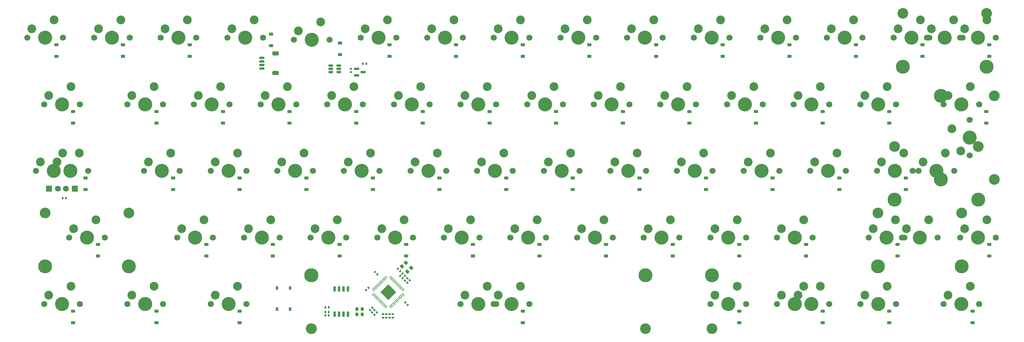
<source format=gbr>
%TF.GenerationSoftware,KiCad,Pcbnew,8.0.1*%
%TF.CreationDate,2025-07-13T23:20:01+09:00*%
%TF.ProjectId,Cloudnine_rp2040,436c6f75-646e-4696-9e65-5f7270323034,rev?*%
%TF.SameCoordinates,Original*%
%TF.FileFunction,Soldermask,Bot*%
%TF.FilePolarity,Negative*%
%FSLAX46Y46*%
G04 Gerber Fmt 4.6, Leading zero omitted, Abs format (unit mm)*
G04 Created by KiCad (PCBNEW 8.0.1) date 2025-07-13 23:20:01*
%MOMM*%
%LPD*%
G01*
G04 APERTURE LIST*
G04 Aperture macros list*
%AMRoundRect*
0 Rectangle with rounded corners*
0 $1 Rounding radius*
0 $2 $3 $4 $5 $6 $7 $8 $9 X,Y pos of 4 corners*
0 Add a 4 corners polygon primitive as box body*
4,1,4,$2,$3,$4,$5,$6,$7,$8,$9,$2,$3,0*
0 Add four circle primitives for the rounded corners*
1,1,$1+$1,$2,$3*
1,1,$1+$1,$4,$5*
1,1,$1+$1,$6,$7*
1,1,$1+$1,$8,$9*
0 Add four rect primitives between the rounded corners*
20,1,$1+$1,$2,$3,$4,$5,0*
20,1,$1+$1,$4,$5,$6,$7,0*
20,1,$1+$1,$6,$7,$8,$9,0*
20,1,$1+$1,$8,$9,$2,$3,0*%
%AMRotRect*
0 Rectangle, with rotation*
0 The origin of the aperture is its center*
0 $1 length*
0 $2 width*
0 $3 Rotation angle, in degrees counterclockwise*
0 Add horizontal line*
21,1,$1,$2,0,0,$3*%
G04 Aperture macros list end*
%ADD10C,1.750000*%
%ADD11C,4.000000*%
%ADD12C,2.500000*%
%ADD13C,3.048000*%
%ADD14C,3.987800*%
%ADD15C,1.690600*%
%ADD16R,1.690600X1.690600*%
%ADD17RoundRect,0.225000X0.375000X-0.225000X0.375000X0.225000X-0.375000X0.225000X-0.375000X-0.225000X0*%
%ADD18RoundRect,0.140000X0.140000X0.170000X-0.140000X0.170000X-0.140000X-0.170000X0.140000X-0.170000X0*%
%ADD19RoundRect,0.140000X-0.170000X0.140000X-0.170000X-0.140000X0.170000X-0.140000X0.170000X0.140000X0*%
%ADD20RoundRect,0.150000X-0.150000X0.650000X-0.150000X-0.650000X0.150000X-0.650000X0.150000X0.650000X0*%
%ADD21RoundRect,0.140000X-0.140000X-0.170000X0.140000X-0.170000X0.140000X0.170000X-0.140000X0.170000X0*%
%ADD22RoundRect,0.140000X0.021213X-0.219203X0.219203X-0.021213X-0.021213X0.219203X-0.219203X0.021213X0*%
%ADD23R,0.750000X1.000000*%
%ADD24RoundRect,0.140000X0.219203X0.021213X0.021213X0.219203X-0.219203X-0.021213X-0.021213X-0.219203X0*%
%ADD25RotRect,1.000000X0.900000X315.000000*%
%ADD26RoundRect,0.050000X-0.309359X0.238649X0.238649X-0.309359X0.309359X-0.238649X-0.238649X0.309359X0*%
%ADD27RoundRect,0.050000X-0.309359X-0.238649X-0.238649X-0.309359X0.309359X0.238649X0.238649X0.309359X0*%
%ADD28RoundRect,0.144000X-2.059095X0.000000X0.000000X-2.059095X2.059095X0.000000X0.000000X2.059095X0*%
%ADD29RoundRect,0.140000X-0.021213X0.219203X-0.219203X0.021213X0.021213X-0.219203X0.219203X-0.021213X0*%
%ADD30RoundRect,0.225000X-0.225000X-0.250000X0.225000X-0.250000X0.225000X0.250000X-0.225000X0.250000X0*%
%ADD31RoundRect,0.140000X-0.219203X-0.021213X-0.021213X-0.219203X0.219203X0.021213X0.021213X0.219203X0*%
%ADD32RoundRect,0.150000X-0.587500X-0.150000X0.587500X-0.150000X0.587500X0.150000X-0.587500X0.150000X0*%
%ADD33RoundRect,0.150000X-0.625000X0.150000X-0.625000X-0.150000X0.625000X-0.150000X0.625000X0.150000X0*%
%ADD34RoundRect,0.250000X-0.650000X0.350000X-0.650000X-0.350000X0.650000X-0.350000X0.650000X0.350000X0*%
%ADD35RoundRect,0.140000X0.170000X-0.140000X0.170000X0.140000X-0.170000X0.140000X-0.170000X-0.140000X0*%
%ADD36RoundRect,0.225000X0.225000X0.250000X-0.225000X0.250000X-0.225000X-0.250000X0.225000X-0.250000X0*%
%ADD37RoundRect,0.150000X-0.512500X-0.150000X0.512500X-0.150000X0.512500X0.150000X-0.512500X0.150000X0*%
G04 APERTURE END LIST*
D10*
%TO.C,MX49*%
X163545000Y-90250000D03*
D11*
X168625000Y-90250000D03*
D10*
X173705000Y-90250000D03*
D12*
X164815000Y-87710000D03*
X171165000Y-85170000D03*
%TD*%
D10*
%TO.C,MX57*%
X30545000Y-109250000D03*
D11*
X35625000Y-109250000D03*
D10*
X40705000Y-109250000D03*
D12*
X31815000Y-106710000D03*
X38165000Y-104170000D03*
%TD*%
D10*
%TO.C,MX41*%
X249045000Y-71250000D03*
D11*
X254125000Y-71250000D03*
D10*
X259205000Y-71250000D03*
D12*
X250315000Y-68710000D03*
X256665000Y-66170000D03*
%TD*%
D10*
%TO.C,MX45*%
X87545000Y-90250000D03*
D11*
X92625000Y-90250000D03*
D10*
X97705000Y-90250000D03*
D12*
X88815000Y-87710000D03*
X95165000Y-85170000D03*
%TD*%
D10*
%TO.C,MX29*%
X287045000Y-52250000D03*
D11*
X292125000Y-52250000D03*
D10*
X294500000Y-56670000D03*
D11*
X294500000Y-61750000D03*
D10*
X294500000Y-66830000D03*
X297205000Y-52250000D03*
D12*
X288315000Y-49710000D03*
X291960000Y-65560000D03*
X289420000Y-59210000D03*
X294665000Y-47170000D03*
%TD*%
D10*
%TO.C,MX40*%
X230045000Y-71250000D03*
D11*
X235125000Y-71250000D03*
D10*
X240205000Y-71250000D03*
D12*
X231315000Y-68710000D03*
X237665000Y-66170000D03*
%TD*%
D10*
%TO.C,MX23*%
X168295000Y-52250000D03*
D11*
X173375000Y-52250000D03*
D10*
X178455000Y-52250000D03*
D12*
X169565000Y-49710000D03*
X175915000Y-47170000D03*
%TD*%
D13*
%TO.C,REF\u002A\u002A*%
X268312000Y-83265000D03*
D14*
X268312000Y-98475000D03*
D13*
X292188000Y-83265000D03*
D14*
X292188000Y-98475000D03*
%TD*%
D10*
%TO.C,MX51*%
X201545000Y-90250000D03*
D11*
X206625000Y-90250000D03*
D10*
X211705000Y-90250000D03*
D12*
X202815000Y-87710000D03*
X209165000Y-85170000D03*
%TD*%
D10*
%TO.C,MX62*%
X287045000Y-109250000D03*
D11*
X292125000Y-109250000D03*
D10*
X297205000Y-109250000D03*
D12*
X288315000Y-106710000D03*
X294665000Y-104170000D03*
%TD*%
D13*
%TO.C,REF\u002A\u002A*%
X221025000Y-116234999D03*
D14*
X221025000Y-101025000D03*
D13*
X106725000Y-116234999D03*
D14*
X106725000Y-101025000D03*
%TD*%
D10*
%TO.C,MX20*%
X111295000Y-52250000D03*
D11*
X116375000Y-52250000D03*
D10*
X121455000Y-52250000D03*
D12*
X112565000Y-49710000D03*
X118915000Y-47170000D03*
%TD*%
D13*
%TO.C,REF\u002A\u002A*%
X301485000Y-49812000D03*
D14*
X286275000Y-49812000D03*
D13*
X301485000Y-73688000D03*
D14*
X286275000Y-73688000D03*
%TD*%
D10*
%TO.C,MX14*%
X272795000Y-33250000D03*
D11*
X277875000Y-33250000D03*
D10*
X282955000Y-33250000D03*
D12*
X274065000Y-30710000D03*
X280415000Y-28170000D03*
%TD*%
D10*
%TO.C,MX31*%
X59045000Y-71250000D03*
D11*
X64125000Y-71250000D03*
D10*
X69205000Y-71250000D03*
D12*
X60315000Y-68710000D03*
X66665000Y-66170000D03*
%TD*%
D10*
%TO.C,MX34*%
X116045000Y-71250000D03*
D11*
X121125000Y-71250000D03*
D10*
X126205000Y-71250000D03*
D12*
X117315000Y-68710000D03*
X123665000Y-66170000D03*
%TD*%
D10*
%TO.C,MX15*%
X282295000Y-33250000D03*
D11*
X287375000Y-33250000D03*
D10*
X291795000Y-33250000D03*
X292455000Y-33250000D03*
D11*
X296875000Y-33250000D03*
D10*
X301955000Y-33250000D03*
D12*
X283565000Y-30710000D03*
X293065000Y-30710000D03*
X289915000Y-28170000D03*
X299415000Y-28170000D03*
%TD*%
D10*
%TO.C,MX22*%
X149295000Y-52250000D03*
D11*
X154375000Y-52250000D03*
D10*
X159455000Y-52250000D03*
D12*
X150565000Y-49710000D03*
X156915000Y-47170000D03*
%TD*%
D10*
%TO.C,MX5*%
X101745000Y-33825000D03*
D11*
X106825000Y-33825000D03*
D10*
X111905000Y-33825000D03*
D12*
X103015000Y-31285000D03*
X109365000Y-28745000D03*
%TD*%
D10*
%TO.C,MX24*%
X187295000Y-52250000D03*
D11*
X192375000Y-52250000D03*
D10*
X197455000Y-52250000D03*
D12*
X188565000Y-49710000D03*
X194915000Y-47170000D03*
%TD*%
D10*
%TO.C,MX47*%
X125545000Y-90250000D03*
D11*
X130625000Y-90250000D03*
D10*
X135705000Y-90250000D03*
D12*
X126815000Y-87710000D03*
X133165000Y-85170000D03*
%TD*%
D10*
%TO.C,MX53*%
X239545000Y-90250000D03*
D11*
X244625000Y-90250000D03*
D10*
X249705000Y-90250000D03*
D12*
X240815000Y-87710000D03*
X247165000Y-85170000D03*
%TD*%
D13*
%TO.C,REF\u002A\u002A*%
X202000000Y-116234999D03*
D14*
X202000000Y-101025000D03*
D13*
X106750000Y-116234999D03*
D14*
X106750000Y-101025000D03*
%TD*%
D10*
%TO.C,MX58*%
X54295000Y-109250000D03*
D11*
X59375000Y-109250000D03*
D10*
X64455000Y-109250000D03*
D12*
X55565000Y-106710000D03*
X61915000Y-104170000D03*
%TD*%
D10*
%TO.C,MX54*%
X265670000Y-90250000D03*
D11*
X270750000Y-90250000D03*
D10*
X275170000Y-90250000D03*
X275830000Y-90250000D03*
D11*
X280250000Y-90250000D03*
D10*
X285330000Y-90250000D03*
D12*
X266940000Y-87710000D03*
X276440000Y-87710000D03*
X273290000Y-85170000D03*
X282790000Y-85170000D03*
%TD*%
D10*
%TO.C,MX2*%
X44795000Y-33250000D03*
D11*
X49875000Y-33250000D03*
D10*
X54955000Y-33250000D03*
D12*
X46065000Y-30710000D03*
X52415000Y-28170000D03*
%TD*%
D10*
%TO.C,MX8*%
X158795000Y-33250000D03*
D11*
X163875000Y-33250000D03*
D10*
X168955000Y-33250000D03*
D12*
X160065000Y-30710000D03*
X166415000Y-28170000D03*
%TD*%
D10*
%TO.C,MX9*%
X177795000Y-33250000D03*
D11*
X182875000Y-33250000D03*
D10*
X187955000Y-33250000D03*
D12*
X179065000Y-30710000D03*
X185415000Y-28170000D03*
%TD*%
D10*
%TO.C,MX32*%
X78045000Y-71250000D03*
D11*
X83125000Y-71250000D03*
D10*
X88205000Y-71250000D03*
D12*
X79315000Y-68710000D03*
X85665000Y-66170000D03*
%TD*%
D10*
%TO.C,MX37*%
X173045000Y-71250000D03*
D11*
X178125000Y-71250000D03*
D10*
X183205000Y-71250000D03*
D12*
X174315000Y-68710000D03*
X180665000Y-66170000D03*
%TD*%
D10*
%TO.C,MX26*%
X225295000Y-52250000D03*
D11*
X230375000Y-52250000D03*
D10*
X235455000Y-52250000D03*
D12*
X226565000Y-49710000D03*
X232915000Y-47170000D03*
%TD*%
D10*
%TO.C,MX12*%
X234795000Y-33250000D03*
D11*
X239875000Y-33250000D03*
D10*
X244955000Y-33250000D03*
D12*
X236065000Y-30710000D03*
X242415000Y-28170000D03*
%TD*%
D10*
%TO.C,MX16*%
X30545000Y-52250000D03*
D11*
X35625000Y-52250000D03*
D10*
X40705000Y-52250000D03*
D12*
X31815000Y-49710000D03*
X38165000Y-47170000D03*
%TD*%
D10*
%TO.C,MX55*%
X291795000Y-90250000D03*
D11*
X296875000Y-90250000D03*
D10*
X301955000Y-90250000D03*
D12*
X293065000Y-87710000D03*
X299415000Y-85170000D03*
%TD*%
D10*
%TO.C,MX27*%
X244295000Y-52250000D03*
D11*
X249375000Y-52250000D03*
D10*
X254455000Y-52250000D03*
D12*
X245565000Y-49710000D03*
X251915000Y-47170000D03*
%TD*%
D10*
%TO.C,MX7*%
X139795000Y-33250000D03*
D11*
X144875000Y-33250000D03*
D10*
X149955000Y-33250000D03*
D12*
X141065000Y-30710000D03*
X147415000Y-28170000D03*
%TD*%
D10*
%TO.C,MX19*%
X92295000Y-52250000D03*
D11*
X97375000Y-52250000D03*
D10*
X102455000Y-52250000D03*
D12*
X93565000Y-49710000D03*
X99915000Y-47170000D03*
%TD*%
D10*
%TO.C,MX36*%
X154045000Y-71250000D03*
D11*
X159125000Y-71250000D03*
D10*
X164205000Y-71250000D03*
D12*
X155315000Y-68710000D03*
X161665000Y-66170000D03*
%TD*%
D13*
%TO.C,REF\u002A\u002A*%
X275437000Y-26265000D03*
D14*
X275437000Y-41475000D03*
D13*
X299313000Y-26265000D03*
D14*
X299313000Y-41475000D03*
%TD*%
D10*
%TO.C,MX25*%
X206295000Y-52250000D03*
D11*
X211375000Y-52250000D03*
D10*
X216455000Y-52250000D03*
D12*
X207565000Y-49710000D03*
X213915000Y-47170000D03*
%TD*%
D10*
%TO.C,MX50*%
X182545000Y-90250000D03*
D11*
X187625000Y-90250000D03*
D10*
X192705000Y-90250000D03*
D12*
X183815000Y-87710000D03*
X190165000Y-85170000D03*
%TD*%
D10*
%TO.C,MX35*%
X135045000Y-71250000D03*
D11*
X140125000Y-71250000D03*
D10*
X145205000Y-71250000D03*
D12*
X136315000Y-68710000D03*
X142665000Y-66170000D03*
%TD*%
D10*
%TO.C,MX61*%
X263295000Y-109250000D03*
D11*
X268375000Y-109250000D03*
D10*
X273455000Y-109250000D03*
D12*
X264565000Y-106710000D03*
X270915000Y-104170000D03*
%TD*%
D10*
%TO.C,MX43*%
X37670000Y-90250000D03*
D11*
X42750000Y-90250000D03*
D10*
X47830000Y-90250000D03*
D12*
X38940000Y-87710000D03*
X45290000Y-85170000D03*
%TD*%
D10*
%TO.C,MX63*%
X78045000Y-109250000D03*
D11*
X83125000Y-109250000D03*
D10*
X88205000Y-109250000D03*
D12*
X79315000Y-106710000D03*
X85665000Y-104170000D03*
%TD*%
D10*
%TO.C,MX60*%
X220545000Y-109250000D03*
D11*
X225625000Y-109250000D03*
D10*
X230705000Y-109250000D03*
D12*
X221815000Y-106710000D03*
X228165000Y-104170000D03*
%TD*%
D10*
%TO.C,MX42*%
X268045000Y-71250000D03*
D11*
X273125000Y-71250000D03*
D10*
X278205000Y-71250000D03*
X279920000Y-71250000D03*
D11*
X285000000Y-71250000D03*
D10*
X290080000Y-71250000D03*
D12*
X269315000Y-68710000D03*
X281190000Y-68710000D03*
X275665000Y-66170000D03*
X287540000Y-66170000D03*
%TD*%
D15*
%TO.C,D65*%
X34507500Y-76330000D03*
X36730000Y-76330000D03*
D16*
X31967500Y-76330000D03*
X39270000Y-76330000D03*
%TD*%
D10*
%TO.C,MX30*%
X28170000Y-71250000D03*
X32920000Y-71250000D03*
D11*
X33250000Y-71250000D03*
X38000000Y-71250000D03*
D10*
X38330000Y-71250000D03*
X43080000Y-71250000D03*
D12*
X29440000Y-68710000D03*
X34190000Y-68710000D03*
X35790000Y-66170000D03*
X40540000Y-66170000D03*
%TD*%
D10*
%TO.C,MX11*%
X215795000Y-33250000D03*
D11*
X220875000Y-33250000D03*
D10*
X225955000Y-33250000D03*
D12*
X217065000Y-30710000D03*
X223415000Y-28170000D03*
%TD*%
D10*
%TO.C,MX18*%
X73295000Y-52250000D03*
D11*
X78375000Y-52250000D03*
D10*
X83455000Y-52250000D03*
D12*
X74565000Y-49710000D03*
X80915000Y-47170000D03*
%TD*%
D10*
%TO.C,MX33*%
X97045000Y-71250000D03*
D11*
X102125000Y-71250000D03*
D10*
X107205000Y-71250000D03*
D12*
X98315000Y-68710000D03*
X104665000Y-66170000D03*
%TD*%
D10*
%TO.C,MX39*%
X211045000Y-71250000D03*
D11*
X216125000Y-71250000D03*
D10*
X221205000Y-71250000D03*
D12*
X212315000Y-68710000D03*
X218665000Y-66170000D03*
%TD*%
D10*
%TO.C,MX17*%
X54295000Y-52250000D03*
D11*
X59375000Y-52250000D03*
D10*
X64455000Y-52250000D03*
D12*
X55565000Y-49710000D03*
X61915000Y-47170000D03*
%TD*%
D10*
%TO.C,MX21*%
X130295000Y-52250000D03*
D11*
X135375000Y-52250000D03*
D10*
X140455000Y-52250000D03*
D12*
X131565000Y-49710000D03*
X137915000Y-47170000D03*
%TD*%
D10*
%TO.C,MX46*%
X106545000Y-90250000D03*
D11*
X111625000Y-90250000D03*
D10*
X116705000Y-90250000D03*
D12*
X107815000Y-87710000D03*
X114165000Y-85170000D03*
%TD*%
D13*
%TO.C,REF\u002A\u002A*%
X30812000Y-83265000D03*
D14*
X30812000Y-98475000D03*
D13*
X54688000Y-83265000D03*
D14*
X54688000Y-98475000D03*
%TD*%
D10*
%TO.C,MX3*%
X63795000Y-33250000D03*
D11*
X68875000Y-33250000D03*
D10*
X73955000Y-33250000D03*
D12*
X65065000Y-30710000D03*
X71415000Y-28170000D03*
%TD*%
D10*
%TO.C,MX48*%
X144545000Y-90250000D03*
D11*
X149625000Y-90250000D03*
D10*
X154705000Y-90250000D03*
D12*
X145815000Y-87710000D03*
X152165000Y-85170000D03*
%TD*%
D10*
%TO.C,MX10*%
X196795000Y-33250000D03*
D11*
X201875000Y-33250000D03*
D10*
X206955000Y-33250000D03*
D12*
X198065000Y-30710000D03*
X204415000Y-28170000D03*
%TD*%
D10*
%TO.C,MX4*%
X82795000Y-33250000D03*
D11*
X87875000Y-33250000D03*
D10*
X92955000Y-33250000D03*
D12*
X84065000Y-30710000D03*
X90415000Y-28170000D03*
%TD*%
D10*
%TO.C,MX38*%
X192045000Y-71250000D03*
D11*
X197125000Y-71250000D03*
D10*
X202205000Y-71250000D03*
D12*
X193315000Y-68710000D03*
X199665000Y-66170000D03*
%TD*%
D10*
%TO.C,MX52*%
X220545000Y-90250000D03*
D11*
X225625000Y-90250000D03*
D10*
X230705000Y-90250000D03*
D12*
X221815000Y-87710000D03*
X228165000Y-85170000D03*
%TD*%
D10*
%TO.C,MX59*%
X149295000Y-109250000D03*
D11*
X154375000Y-109250000D03*
D10*
X158795000Y-109250000D03*
X159455000Y-109250000D03*
D11*
X163875000Y-109250000D03*
D10*
X168955000Y-109250000D03*
D12*
X150565000Y-106710000D03*
X160065000Y-106710000D03*
X156915000Y-104170000D03*
X166415000Y-104170000D03*
%TD*%
D13*
%TO.C,REF\u002A\u002A*%
X273062000Y-64265000D03*
D14*
X273062000Y-79475000D03*
D13*
X296938000Y-64265000D03*
D14*
X296938000Y-79475000D03*
%TD*%
D10*
%TO.C,MX1*%
X25795000Y-33250000D03*
D11*
X30875000Y-33250000D03*
D10*
X35955000Y-33250000D03*
D12*
X27065000Y-30710000D03*
X33415000Y-28170000D03*
%TD*%
D10*
%TO.C,MX6*%
X120795000Y-33250000D03*
D11*
X125875000Y-33250000D03*
D10*
X130955000Y-33250000D03*
D12*
X122065000Y-30710000D03*
X128415000Y-28170000D03*
%TD*%
D10*
%TO.C,MX44*%
X68545000Y-90250000D03*
D11*
X73625000Y-90250000D03*
D10*
X78705000Y-90250000D03*
D12*
X69815000Y-87710000D03*
X76165000Y-85170000D03*
%TD*%
D10*
%TO.C,MX56*%
X239545000Y-109250000D03*
X244295000Y-109250000D03*
D11*
X244625000Y-109250000D03*
X249375000Y-109250000D03*
D10*
X249705000Y-109250000D03*
X254455000Y-109250000D03*
D12*
X240815000Y-106710000D03*
X245565000Y-106710000D03*
X247165000Y-104170000D03*
X251915000Y-104170000D03*
%TD*%
D10*
%TO.C,MX13*%
X253795000Y-33250000D03*
D11*
X258875000Y-33250000D03*
D10*
X263955000Y-33250000D03*
D12*
X255065000Y-30710000D03*
X261415000Y-28170000D03*
%TD*%
D10*
%TO.C,MX28*%
X263295000Y-52250000D03*
D11*
X268375000Y-52250000D03*
D10*
X273455000Y-52250000D03*
D12*
X264565000Y-49710000D03*
X270915000Y-47170000D03*
%TD*%
D17*
%TO.C,D20*%
X119556250Y-57568750D03*
X119556250Y-54268750D03*
%TD*%
%TO.C,D3*%
X72056250Y-38568750D03*
X72056250Y-35268750D03*
%TD*%
%TO.C,D54*%
X273931250Y-95568750D03*
X273931250Y-92268750D03*
%TD*%
%TO.C,D59*%
X167056250Y-114568750D03*
X167056250Y-111268750D03*
%TD*%
%TO.C,D43*%
X45931250Y-95568750D03*
X45931250Y-92268750D03*
%TD*%
%TO.C,D8*%
X167056250Y-38568750D03*
X167056250Y-35268750D03*
%TD*%
%TO.C,D29*%
X299250000Y-57568750D03*
X299250000Y-54268750D03*
%TD*%
%TO.C,D56*%
X252556250Y-114568750D03*
X252556250Y-111268750D03*
%TD*%
D18*
%TO.C,R5*%
X111680000Y-111530000D03*
X110720000Y-111530000D03*
%TD*%
D17*
%TO.C,D14*%
X281056250Y-38568750D03*
X281056250Y-35268750D03*
%TD*%
%TO.C,D49*%
X171806250Y-95568750D03*
X171806250Y-92268750D03*
%TD*%
D19*
%TO.C,C8*%
X128122101Y-112150742D03*
X128122101Y-113110742D03*
%TD*%
D20*
%TO.C,U3*%
X113367101Y-104920742D03*
X114637101Y-104920742D03*
X115907101Y-104920742D03*
X117177101Y-104920742D03*
X117177101Y-112120742D03*
X115907101Y-112120742D03*
X114637101Y-112120742D03*
X113367101Y-112120742D03*
%TD*%
D17*
%TO.C,D35*%
X143306250Y-76568750D03*
X143306250Y-73268750D03*
%TD*%
%TO.C,D6*%
X129056250Y-38568750D03*
X129056250Y-35268750D03*
%TD*%
%TO.C,D41*%
X257306250Y-76568750D03*
X257306250Y-73268750D03*
%TD*%
D21*
%TO.C,C12*%
X121470000Y-40700000D03*
X122430000Y-40700000D03*
%TD*%
D17*
%TO.C,D61*%
X271556250Y-114568750D03*
X271556250Y-111268750D03*
%TD*%
%TO.C,D26*%
X233556250Y-57568750D03*
X233556250Y-54268750D03*
%TD*%
%TO.C,D37*%
X181306250Y-76568750D03*
X181306250Y-73268750D03*
%TD*%
%TO.C,D22*%
X157556250Y-57568750D03*
X157556250Y-54268750D03*
%TD*%
%TO.C,D63*%
X86306250Y-114568750D03*
X86306250Y-111268750D03*
%TD*%
D22*
%TO.C,C7*%
X122352690Y-105310153D03*
X123031512Y-104631331D03*
%TD*%
D17*
%TO.C,D21*%
X138556250Y-57568750D03*
X138556250Y-54268750D03*
%TD*%
%TO.C,D5*%
X114900000Y-38050000D03*
X114900000Y-34750000D03*
%TD*%
%TO.C,D19*%
X100556250Y-57568750D03*
X100556250Y-54268750D03*
%TD*%
%TO.C,D28*%
X271556250Y-57568750D03*
X271556250Y-54268750D03*
%TD*%
%TO.C,D7*%
X148056250Y-38568750D03*
X148056250Y-35268750D03*
%TD*%
D23*
%TO.C,BOOTSEL1*%
X96975000Y-104650000D03*
X96975000Y-110650000D03*
X100725000Y-104650000D03*
X100725000Y-110650000D03*
%TD*%
D17*
%TO.C,D48*%
X152806250Y-95568750D03*
X152806250Y-92268750D03*
%TD*%
%TO.C,D60*%
X228806250Y-114568750D03*
X228806250Y-111268750D03*
%TD*%
D24*
%TO.C,R4*%
X132801512Y-101860153D03*
X132122690Y-101181331D03*
%TD*%
D25*
%TO.C,Y1*%
X133697888Y-97438646D03*
X135218168Y-98958926D03*
X134122152Y-100054942D03*
X132601872Y-98534662D03*
%TD*%
D17*
%TO.C,D42*%
X276306250Y-76568750D03*
X276306250Y-73268750D03*
%TD*%
%TO.C,D50*%
X190806250Y-95568750D03*
X190806250Y-92268750D03*
%TD*%
%TO.C,D12*%
X243056250Y-38568750D03*
X243056250Y-35268750D03*
%TD*%
D21*
%TO.C,R6*%
X110720000Y-110180000D03*
X111680000Y-110180000D03*
%TD*%
D17*
%TO.C,D34*%
X124306250Y-76568750D03*
X124306250Y-73268750D03*
%TD*%
D26*
%TO.C,U1*%
X124402944Y-105248540D03*
X124685787Y-104965697D03*
X124968629Y-104682855D03*
X125251472Y-104400012D03*
X125534315Y-104117169D03*
X125817157Y-103834327D03*
X126100000Y-103551484D03*
X126382843Y-103268641D03*
X126665686Y-102985798D03*
X126948528Y-102702956D03*
X127231371Y-102420113D03*
X127514214Y-102137270D03*
X127797056Y-101854428D03*
X128079899Y-101571585D03*
D27*
X129264303Y-101571585D03*
X129547146Y-101854428D03*
X129829988Y-102137270D03*
X130112831Y-102420113D03*
X130395674Y-102702956D03*
X130678516Y-102985798D03*
X130961359Y-103268641D03*
X131244202Y-103551484D03*
X131527045Y-103834327D03*
X131809887Y-104117169D03*
X132092730Y-104400012D03*
X132375573Y-104682855D03*
X132658415Y-104965697D03*
X132941258Y-105248540D03*
D26*
X132941258Y-106432944D03*
X132658415Y-106715787D03*
X132375573Y-106998629D03*
X132092730Y-107281472D03*
X131809887Y-107564315D03*
X131527045Y-107847157D03*
X131244202Y-108130000D03*
X130961359Y-108412843D03*
X130678516Y-108695686D03*
X130395674Y-108978528D03*
X130112831Y-109261371D03*
X129829988Y-109544214D03*
X129547146Y-109827056D03*
X129264303Y-110109899D03*
D27*
X128079899Y-110109899D03*
X127797056Y-109827056D03*
X127514214Y-109544214D03*
X127231371Y-109261371D03*
X126948528Y-108978528D03*
X126665686Y-108695686D03*
X126382843Y-108412843D03*
X126100000Y-108130000D03*
X125817157Y-107847157D03*
X125534315Y-107564315D03*
X125251472Y-107281472D03*
X124968629Y-106998629D03*
X124685787Y-106715787D03*
X124402944Y-106432944D03*
D28*
X128672101Y-105840742D03*
%TD*%
D17*
%TO.C,D39*%
X219306250Y-76568750D03*
X219306250Y-73268750D03*
%TD*%
%TO.C,D62*%
X295306250Y-114568750D03*
X295306250Y-111268750D03*
%TD*%
D29*
%TO.C,C9*%
X124101512Y-110271331D03*
X123422690Y-110950153D03*
%TD*%
D18*
%TO.C,R3*%
X36780000Y-79025000D03*
X35820000Y-79025000D03*
%TD*%
D30*
%TO.C,R1*%
X119702101Y-110720742D03*
X121252101Y-110720742D03*
%TD*%
D17*
%TO.C,D17*%
X62556250Y-57568750D03*
X62556250Y-54268750D03*
%TD*%
%TO.C,D31*%
X67306250Y-76568750D03*
X67306250Y-73268750D03*
%TD*%
%TO.C,D51*%
X209806250Y-95568750D03*
X209806250Y-92268750D03*
%TD*%
%TO.C,D46*%
X114806250Y-95568750D03*
X114806250Y-92268750D03*
%TD*%
%TO.C,D4*%
X95250000Y-35525000D03*
X95250000Y-32225000D03*
%TD*%
%TO.C,D1*%
X34056250Y-38568750D03*
X34056250Y-35268750D03*
%TD*%
%TO.C,D52*%
X228806250Y-95568750D03*
X228806250Y-92268750D03*
%TD*%
D18*
%TO.C,C16*%
X111680000Y-112490000D03*
X110720000Y-112490000D03*
%TD*%
D29*
%TO.C,C5*%
X134121512Y-101841331D03*
X133442690Y-102520153D03*
%TD*%
D17*
%TO.C,D58*%
X62556250Y-114568750D03*
X62556250Y-111268750D03*
%TD*%
D31*
%TO.C,C17*%
X124892690Y-100141331D03*
X125571512Y-100820153D03*
%TD*%
D17*
%TO.C,D25*%
X214556250Y-57568750D03*
X214556250Y-54268750D03*
%TD*%
%TO.C,D38*%
X200306250Y-76568750D03*
X200306250Y-73268750D03*
%TD*%
%TO.C,D44*%
X76806250Y-95568750D03*
X76806250Y-92268750D03*
%TD*%
D32*
%TO.C,U2*%
X119642500Y-43992501D03*
X119642500Y-42092501D03*
X121517501Y-43042501D03*
%TD*%
D17*
%TO.C,D2*%
X53056250Y-38568750D03*
X53056250Y-35268750D03*
%TD*%
%TO.C,D53*%
X247806250Y-95568750D03*
X247806250Y-92268750D03*
%TD*%
D22*
%TO.C,C1*%
X124092690Y-111620153D03*
X124771512Y-110941331D03*
%TD*%
D17*
%TO.C,D24*%
X195556250Y-57568750D03*
X195556250Y-54268750D03*
%TD*%
%TO.C,D11*%
X224056250Y-38568750D03*
X224056250Y-35268750D03*
%TD*%
%TO.C,D15*%
X300056250Y-38568750D03*
X300056250Y-35268750D03*
%TD*%
D33*
%TO.C,J2*%
X92625000Y-39000000D03*
X92625000Y-40000000D03*
X92625000Y-41000000D03*
X92625000Y-42000000D03*
D34*
X96500000Y-37700000D03*
X96500000Y-43300000D03*
%TD*%
D17*
%TO.C,D9*%
X186056250Y-38568750D03*
X186056250Y-35268750D03*
%TD*%
D31*
%TO.C,C14*%
X131442690Y-99151331D03*
X132121512Y-99830153D03*
%TD*%
D19*
%TO.C,C13*%
X118030000Y-42090000D03*
X118030000Y-43050000D03*
%TD*%
D17*
%TO.C,D55*%
X300056250Y-95568750D03*
X300056250Y-92268750D03*
%TD*%
%TO.C,D10*%
X205056250Y-38568750D03*
X205056250Y-35268750D03*
%TD*%
%TO.C,D47*%
X133806250Y-95568750D03*
X133806250Y-92268750D03*
%TD*%
D24*
%TO.C,C6*%
X134211512Y-109470153D03*
X133532690Y-108791331D03*
%TD*%
D17*
%TO.C,D18*%
X81556250Y-57568750D03*
X81556250Y-54268750D03*
%TD*%
D35*
%TO.C,C4*%
X130022101Y-113110742D03*
X130022101Y-112150742D03*
%TD*%
D17*
%TO.C,D32*%
X86306250Y-76568750D03*
X86306250Y-73268750D03*
%TD*%
%TO.C,D13*%
X262056250Y-38568750D03*
X262056250Y-35268750D03*
%TD*%
D19*
%TO.C,C11*%
X127169761Y-112148402D03*
X127169761Y-113108402D03*
%TD*%
D17*
%TO.C,D16*%
X38806250Y-57568750D03*
X38806250Y-54268750D03*
%TD*%
D22*
%TO.C,C10*%
X134114441Y-103191904D03*
X134793263Y-102513082D03*
%TD*%
D36*
%TO.C,R2*%
X121257101Y-112220742D03*
X119707101Y-112220742D03*
%TD*%
D17*
%TO.C,D23*%
X176556250Y-57568750D03*
X176556250Y-54268750D03*
%TD*%
D35*
%TO.C,C3*%
X129072101Y-113110742D03*
X129072101Y-112150742D03*
%TD*%
D31*
%TO.C,C15*%
X132800335Y-100508976D03*
X133479157Y-101187798D03*
%TD*%
D37*
%TO.C,U4*%
X112282500Y-43079999D03*
X112282500Y-42130000D03*
X112282500Y-41180001D03*
X114557500Y-41180001D03*
X114557500Y-42130000D03*
X114557500Y-43079999D03*
%TD*%
D22*
%TO.C,C2*%
X124762690Y-112290153D03*
X125441512Y-111611331D03*
%TD*%
D17*
%TO.C,D45*%
X95806250Y-95568750D03*
X95806250Y-92268750D03*
%TD*%
%TO.C,D36*%
X162306250Y-76568750D03*
X162306250Y-73268750D03*
%TD*%
%TO.C,D30*%
X42390000Y-76568750D03*
X42390000Y-73268750D03*
%TD*%
%TO.C,D40*%
X238306250Y-76568750D03*
X238306250Y-73268750D03*
%TD*%
%TO.C,D33*%
X105306250Y-76568750D03*
X105306250Y-73268750D03*
%TD*%
%TO.C,D27*%
X252556250Y-57568750D03*
X252556250Y-54268750D03*
%TD*%
%TO.C,D57*%
X38806250Y-114568750D03*
X38806250Y-111268750D03*
%TD*%
M02*

</source>
